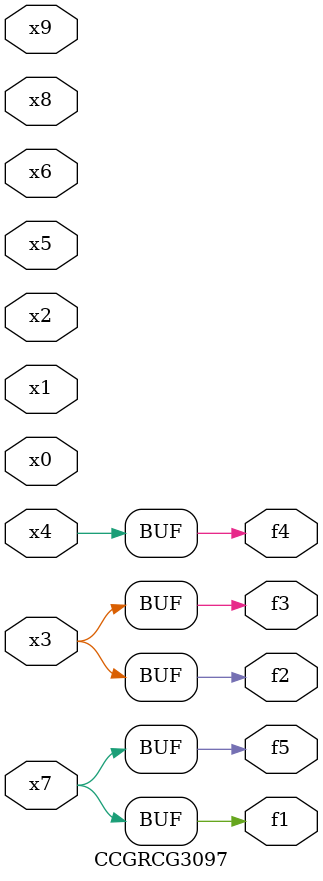
<source format=v>
module CCGRCG3097(
	input x0, x1, x2, x3, x4, x5, x6, x7, x8, x9,
	output f1, f2, f3, f4, f5
);
	assign f1 = x7;
	assign f2 = x3;
	assign f3 = x3;
	assign f4 = x4;
	assign f5 = x7;
endmodule

</source>
